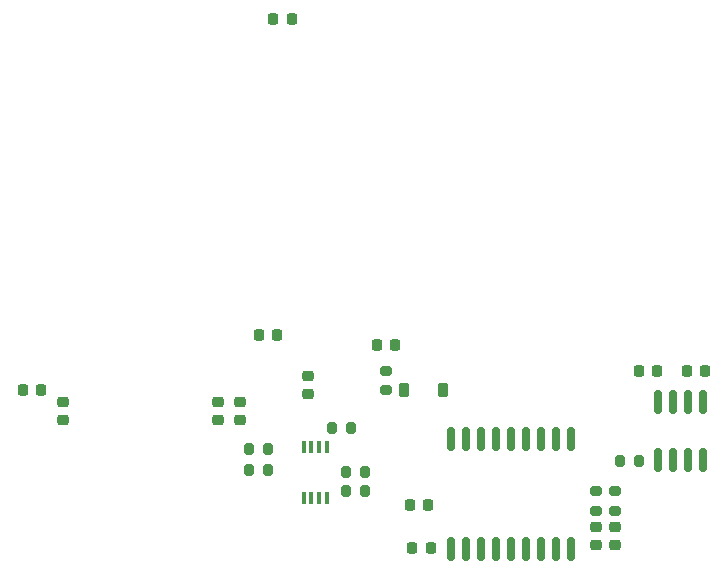
<source format=gbp>
%TF.GenerationSoftware,KiCad,Pcbnew,7.0.5*%
%TF.CreationDate,2023-08-04T21:05:34+03:00*%
%TF.ProjectId,ltp_kikad,6c74705f-6b69-46b6-9164-2e6b69636164,rev?*%
%TF.SameCoordinates,Original*%
%TF.FileFunction,Paste,Bot*%
%TF.FilePolarity,Positive*%
%FSLAX46Y46*%
G04 Gerber Fmt 4.6, Leading zero omitted, Abs format (unit mm)*
G04 Created by KiCad (PCBNEW 7.0.5) date 2023-08-04 21:05:34*
%MOMM*%
%LPD*%
G01*
G04 APERTURE LIST*
G04 Aperture macros list*
%AMRoundRect*
0 Rectangle with rounded corners*
0 $1 Rounding radius*
0 $2 $3 $4 $5 $6 $7 $8 $9 X,Y pos of 4 corners*
0 Add a 4 corners polygon primitive as box body*
4,1,4,$2,$3,$4,$5,$6,$7,$8,$9,$2,$3,0*
0 Add four circle primitives for the rounded corners*
1,1,$1+$1,$2,$3*
1,1,$1+$1,$4,$5*
1,1,$1+$1,$6,$7*
1,1,$1+$1,$8,$9*
0 Add four rect primitives between the rounded corners*
20,1,$1+$1,$2,$3,$4,$5,0*
20,1,$1+$1,$4,$5,$6,$7,0*
20,1,$1+$1,$6,$7,$8,$9,0*
20,1,$1+$1,$8,$9,$2,$3,0*%
G04 Aperture macros list end*
%ADD10RoundRect,0.225000X-0.225000X-0.375000X0.225000X-0.375000X0.225000X0.375000X-0.225000X0.375000X0*%
%ADD11RoundRect,0.150000X-0.150000X0.825000X-0.150000X-0.825000X0.150000X-0.825000X0.150000X0.825000X0*%
%ADD12RoundRect,0.225000X0.250000X-0.225000X0.250000X0.225000X-0.250000X0.225000X-0.250000X-0.225000X0*%
%ADD13RoundRect,0.225000X0.225000X0.250000X-0.225000X0.250000X-0.225000X-0.250000X0.225000X-0.250000X0*%
%ADD14RoundRect,0.225000X-0.225000X-0.250000X0.225000X-0.250000X0.225000X0.250000X-0.225000X0.250000X0*%
%ADD15RoundRect,0.200000X-0.200000X-0.275000X0.200000X-0.275000X0.200000X0.275000X-0.200000X0.275000X0*%
%ADD16RoundRect,0.200000X0.200000X0.275000X-0.200000X0.275000X-0.200000X-0.275000X0.200000X-0.275000X0*%
%ADD17R,0.400000X1.100000*%
%ADD18RoundRect,0.150000X-0.150000X0.875000X-0.150000X-0.875000X0.150000X-0.875000X0.150000X0.875000X0*%
%ADD19RoundRect,0.225000X-0.250000X0.225000X-0.250000X-0.225000X0.250000X-0.225000X0.250000X0.225000X0*%
%ADD20RoundRect,0.200000X0.275000X-0.200000X0.275000X0.200000X-0.275000X0.200000X-0.275000X-0.200000X0*%
G04 APERTURE END LIST*
D10*
%TO.C,D1*%
X155887000Y-93200000D03*
X159187000Y-93200000D03*
%TD*%
D11*
%TO.C,U2*%
X177447000Y-94200000D03*
X178717000Y-94200000D03*
X179987000Y-94200000D03*
X181257000Y-94200000D03*
X181257000Y-99150000D03*
X179987000Y-99150000D03*
X178717000Y-99150000D03*
X177447000Y-99150000D03*
%TD*%
D12*
%TO.C,C25*%
X173787000Y-106375000D03*
X173787000Y-104825000D03*
%TD*%
%TO.C,C15*%
X147787000Y-93575000D03*
X147787000Y-92025000D03*
%TD*%
D13*
%TO.C,C14*%
X155162000Y-89400000D03*
X153612000Y-89400000D03*
%TD*%
D14*
%TO.C,C28*%
X144837000Y-61800000D03*
X146387000Y-61800000D03*
%TD*%
D15*
%TO.C,R6*%
X174162000Y-99200000D03*
X175812000Y-99200000D03*
%TD*%
D13*
%TO.C,C27*%
X177362000Y-91600000D03*
X175812000Y-91600000D03*
%TD*%
D15*
%TO.C,R17*%
X150962000Y-100200000D03*
X152612000Y-100200000D03*
%TD*%
D14*
%TO.C,C29*%
X143612000Y-88600000D03*
X145162000Y-88600000D03*
%TD*%
D12*
%TO.C,C16*%
X141987000Y-95775000D03*
X141987000Y-94225000D03*
%TD*%
D16*
%TO.C,R20*%
X144387000Y-98200000D03*
X142737000Y-98200000D03*
%TD*%
D14*
%TO.C,C30*%
X156412000Y-103000000D03*
X157962000Y-103000000D03*
%TD*%
D16*
%TO.C,R18*%
X151412000Y-96400000D03*
X149762000Y-96400000D03*
%TD*%
D17*
%TO.C,U3*%
X149362000Y-102350000D03*
X148712000Y-102350000D03*
X148062000Y-102350000D03*
X147412000Y-102350000D03*
X147412000Y-98050000D03*
X148062000Y-98050000D03*
X148712000Y-98050000D03*
X149362000Y-98050000D03*
%TD*%
D13*
%TO.C,C3*%
X125162000Y-93200000D03*
X123612000Y-93200000D03*
%TD*%
%TO.C,C21*%
X181387000Y-91600000D03*
X179837000Y-91600000D03*
%TD*%
D18*
%TO.C,U1*%
X159837000Y-97400000D03*
X161107000Y-97400000D03*
X162377000Y-97400000D03*
X163647000Y-97400000D03*
X164917000Y-97400000D03*
X166187000Y-97400000D03*
X167457000Y-97400000D03*
X168727000Y-97400000D03*
X169997000Y-97400000D03*
X169997000Y-106700000D03*
X168727000Y-106700000D03*
X167457000Y-106700000D03*
X166187000Y-106700000D03*
X164917000Y-106700000D03*
X163647000Y-106700000D03*
X162377000Y-106700000D03*
X161107000Y-106700000D03*
X159837000Y-106700000D03*
%TD*%
D15*
%TO.C,R16*%
X150962000Y-101800000D03*
X152612000Y-101800000D03*
%TD*%
D12*
%TO.C,C26*%
X172187000Y-106375000D03*
X172187000Y-104825000D03*
%TD*%
D14*
%TO.C,C20*%
X156612000Y-106600000D03*
X158162000Y-106600000D03*
%TD*%
D12*
%TO.C,C18*%
X140187000Y-95775000D03*
X140187000Y-94225000D03*
%TD*%
D19*
%TO.C,C4*%
X126987000Y-94200000D03*
X126987000Y-95750000D03*
%TD*%
D20*
%TO.C,R8*%
X172187000Y-103425000D03*
X172187000Y-101775000D03*
%TD*%
%TO.C,R2*%
X154387000Y-93250000D03*
X154387000Y-91600000D03*
%TD*%
D16*
%TO.C,R19*%
X144387000Y-100000000D03*
X142737000Y-100000000D03*
%TD*%
D20*
%TO.C,R7*%
X173787000Y-103425000D03*
X173787000Y-101775000D03*
%TD*%
M02*

</source>
